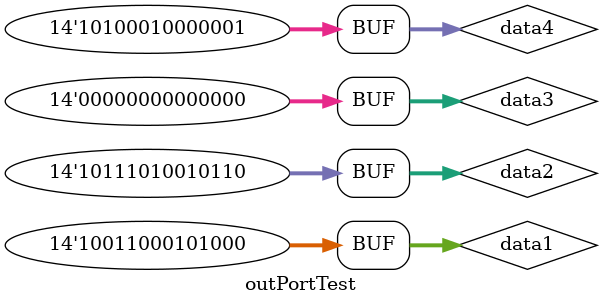
<source format=v>
module outPortTest();

	parameter dataWidth = 14;

	reg [dataWidth-1:0] data1,data2,data3,data4;
	wire [dataWidth-3:0] outputData;
	wire portBlock1, portBlock2, portBlock3, portBlock4;

	outputPort o1(data1, data2, data3, data4, portBlock1, portBlock2, portBlock3, portBlock4, outputData);

	initial
	begin
		data1=14'b10011000101000;
		data2=14'b10111010010110;
		data3=14'b00000000000000;
		data4=14'b10100010000001;

	end

endmodule



</source>
